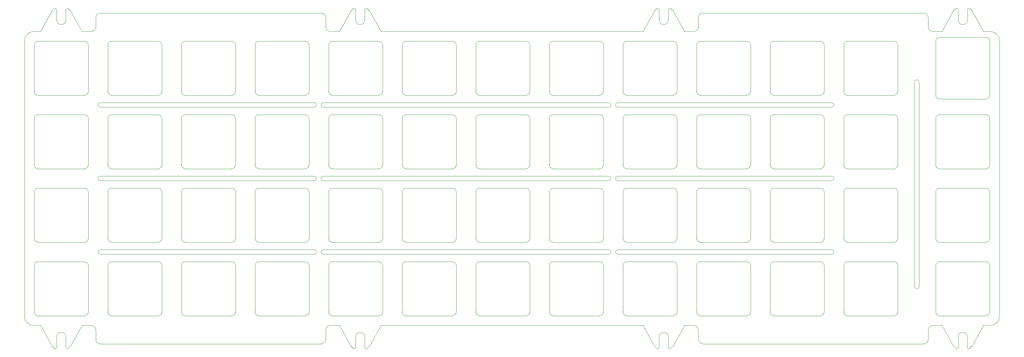
<source format=gbr>
G04 #@! TF.GenerationSoftware,KiCad,Pcbnew,(6.0.1-0)*
G04 #@! TF.CreationDate,2022-04-26T12:35:50-05:00*
G04 #@! TF.ProjectId,plate,706c6174-652e-46b6-9963-61645f706362,rev?*
G04 #@! TF.SameCoordinates,Original*
G04 #@! TF.FileFunction,Profile,NP*
%FSLAX46Y46*%
G04 Gerber Fmt 4.6, Leading zero omitted, Abs format (unit mm)*
G04 Created by KiCad (PCBNEW (6.0.1-0)) date 2022-04-26 12:35:50*
%MOMM*%
%LPD*%
G01*
G04 APERTURE LIST*
G04 #@! TA.AperFunction,Profile*
%ADD10C,0.050000*%
G04 #@! TD*
G04 #@! TA.AperFunction,Profile*
%ADD11C,0.100000*%
G04 #@! TD*
G04 APERTURE END LIST*
D10*
X376833129Y-106561027D02*
X376833129Y-53578170D01*
X378023755Y-53578170D02*
X378023755Y-106561027D01*
X378023755Y-53578170D02*
G75*
G03*
X376833129Y-53578170I-595313J0D01*
G01*
X376833129Y-106561027D02*
G75*
G03*
X378023755Y-106561027I595313J0D01*
G01*
X223837688Y-79176629D02*
X297656500Y-79176629D01*
X223837688Y-77986003D02*
X297656500Y-77986003D01*
X300037752Y-98226645D02*
X355401861Y-98226645D01*
X300037752Y-97036019D02*
X355401861Y-97036019D01*
X300037752Y-79176629D02*
X355401861Y-79176629D01*
X300037752Y-77986003D02*
X355401861Y-77986003D01*
X396479634Y-116681404D02*
G75*
G03*
X398860894Y-114300144I0J2381260D01*
G01*
X396479634Y-116681404D02*
X394693747Y-116681516D01*
X398860894Y-42862716D02*
G75*
G03*
X396479634Y-40481456I-2381260J0D01*
G01*
X396479634Y-40481456D02*
X394693747Y-40481452D01*
X306587423Y-40481452D02*
X238721741Y-40481452D01*
X150615417Y-40481452D02*
X148829842Y-40481468D01*
X148829842Y-116681404D02*
X150615417Y-116681404D01*
X238721741Y-116681535D02*
X306587423Y-116681516D01*
X146448582Y-42862728D02*
X146448582Y-114300156D01*
X148829842Y-40481468D02*
G75*
G03*
X146448582Y-42862728I0J-2381260D01*
G01*
X231875641Y-122634543D02*
G75*
G03*
X232173390Y-122336887I93J297656D01*
G01*
X310159301Y-34528322D02*
X310456870Y-34528444D01*
X390526644Y-122336775D02*
G75*
G03*
X390824300Y-122634524I297656J-93D01*
G01*
X386954678Y-122039333D02*
G75*
G03*
X387549991Y-122634646I2381281J1785968D01*
G01*
X313135866Y-37504887D02*
X313135774Y-34826100D01*
X313135954Y-122336775D02*
X313135866Y-119658081D01*
X157163860Y-37504887D02*
X157163768Y-34826100D01*
X158354486Y-35123635D02*
X161331051Y-40481452D01*
X166092327Y-58935987D02*
X221456436Y-58935987D01*
X230982672Y-122039352D02*
G75*
G03*
X231577985Y-122634665I2381281J1785968D01*
G01*
X154782520Y-34826193D02*
X154782608Y-37504887D01*
X310456957Y-122634524D02*
G75*
G03*
X310754706Y-122336868I93J297656D01*
G01*
X164905385Y-120253246D02*
X164905385Y-117872664D01*
X230982672Y-122039352D02*
X228006107Y-116681535D01*
X380403779Y-39290323D02*
G75*
G03*
X381594405Y-40481284I1190627J-334D01*
G01*
X300037752Y-60126613D02*
X355401861Y-60126613D01*
X317303057Y-40481452D02*
X319683080Y-40481284D01*
X313433523Y-34528444D02*
G75*
G03*
X313135774Y-34826100I-93J-297656D01*
G01*
X146448582Y-114300156D02*
G75*
G03*
X148829842Y-116681416I2381260J0D01*
G01*
X390824213Y-34528444D02*
X391121869Y-34528322D01*
X166092326Y-35718780D02*
G75*
G03*
X164901700Y-36909741I1J-1190627D01*
G01*
X387847647Y-122634524D02*
G75*
G03*
X388145396Y-122336868I93J297656D01*
G01*
X297656500Y-79176629D02*
G75*
G03*
X297656500Y-77986003I0J595313D01*
G01*
X355401861Y-98226645D02*
G75*
G03*
X355401861Y-97036019I0J595313D01*
G01*
X381598090Y-116681684D02*
G75*
G03*
X380407464Y-117872645I1J-1190627D01*
G01*
X313731179Y-122634646D02*
X313433610Y-122634524D01*
X380403779Y-36909741D02*
G75*
G03*
X379213153Y-35718780I-1190627J334D01*
G01*
X388145304Y-37504887D02*
G75*
G03*
X390526556Y-37504887I1190626J0D01*
G01*
X231875641Y-122634543D02*
X231577985Y-122634665D01*
X223837688Y-60126613D02*
X297656500Y-60126613D01*
X310754614Y-119658081D02*
X310754706Y-122336868D01*
X390526644Y-122336775D02*
X390526556Y-119658081D01*
X387549991Y-34528322D02*
X387847560Y-34528444D01*
X388145216Y-34826193D02*
X388145304Y-37504887D01*
X154187295Y-34528322D02*
X154484864Y-34528444D01*
X391717182Y-35123635D02*
X394693747Y-40481452D01*
X320877391Y-120253227D02*
G75*
G03*
X322068017Y-121444188I1190627J-334D01*
G01*
X390824213Y-34528444D02*
G75*
G03*
X390526464Y-34826100I-93J-297656D01*
G01*
X309563988Y-122039333D02*
G75*
G03*
X310159301Y-122634646I2381281J1785968D01*
G01*
X221456436Y-79176629D02*
G75*
G03*
X221456436Y-77986003I0J595313D01*
G01*
X309563988Y-35123635D02*
X306587423Y-40481452D01*
X381594405Y-40481284D02*
X383978113Y-40481452D01*
X313433523Y-34528444D02*
X313731179Y-34528322D01*
X224431773Y-36909741D02*
X224431773Y-39290323D01*
X232173210Y-34826193D02*
G75*
G03*
X231875554Y-34528444I-297656J93D01*
G01*
X232173210Y-34826193D02*
X232173298Y-37504887D01*
X164905385Y-120253246D02*
G75*
G03*
X166096011Y-121444207I1190627J-334D01*
G01*
X153592342Y-122039221D02*
G75*
G03*
X154187655Y-122634534I2381281J1785968D01*
G01*
X355401861Y-60126613D02*
G75*
G03*
X355401861Y-58935987I0J595313D01*
G01*
X234554550Y-119658100D02*
G75*
G03*
X232173298Y-119658100I-1190626J0D01*
G01*
X322064332Y-35718780D02*
G75*
G03*
X320873706Y-36909741I1J-1190627D01*
G01*
X388145216Y-34826193D02*
G75*
G03*
X387847560Y-34528444I-297656J93D01*
G01*
X224431773Y-39290323D02*
G75*
G03*
X225622399Y-40481284I1190627J-334D01*
G01*
X231577985Y-34528322D02*
X231875554Y-34528444D01*
X391717182Y-35123635D02*
G75*
G03*
X391121869Y-34528322I-2381281J-1785968D01*
G01*
X234554550Y-37504887D02*
X234554458Y-34826100D01*
X387549991Y-34528322D02*
G75*
G03*
X386954678Y-35123635I1785968J-2381281D01*
G01*
X166092327Y-97036019D02*
X221456436Y-97036019D01*
X230982672Y-35123635D02*
X228006107Y-40481452D01*
X157164220Y-119657969D02*
X157164308Y-122336663D01*
X234852207Y-34528444D02*
X235149863Y-34528322D01*
X154782608Y-37504887D02*
G75*
G03*
X157163860Y-37504887I1190626J0D01*
G01*
X310456957Y-122634524D02*
X310159301Y-122634646D01*
X166092327Y-79176629D02*
X221456436Y-79176629D01*
X398860894Y-114300144D02*
X398860894Y-42862716D01*
X314326492Y-35123635D02*
X317303057Y-40481452D01*
X232173298Y-37504887D02*
G75*
G03*
X234554550Y-37504887I1190626J0D01*
G01*
X154782968Y-119657969D02*
X154783060Y-122336756D01*
X234852207Y-34528444D02*
G75*
G03*
X234554458Y-34826100I-93J-297656D01*
G01*
X157759533Y-122634534D02*
G75*
G03*
X158354846Y-122039221I-1785968J2381281D01*
G01*
X223246227Y-121444207D02*
X166096011Y-121444207D01*
X322062937Y-35718780D02*
X379213153Y-35718780D01*
X320877391Y-120253227D02*
X320877391Y-117872645D01*
X300037752Y-58935987D02*
G75*
G03*
X300037752Y-60126613I0J-595313D01*
G01*
X223837688Y-98226645D02*
X297656500Y-98226645D01*
X166092327Y-77986003D02*
G75*
G03*
X166092327Y-79176629I0J-595313D01*
G01*
X166092327Y-60126613D02*
X221456436Y-60126613D01*
X158354846Y-122039221D02*
X161331051Y-116681404D01*
X166090931Y-35718780D02*
X223241147Y-35718780D01*
X313135954Y-122336775D02*
G75*
G03*
X313433610Y-122634524I297656J-93D01*
G01*
X297656500Y-98226645D02*
G75*
G03*
X297656500Y-97036019I0J595313D01*
G01*
X225626084Y-116681703D02*
G75*
G03*
X224435458Y-117872664I1J-1190627D01*
G01*
X166092327Y-58935987D02*
G75*
G03*
X166092327Y-60126613I0J-595313D01*
G01*
X314326492Y-35123635D02*
G75*
G03*
X313731179Y-34528322I-2381281J-1785968D01*
G01*
X313731179Y-122634646D02*
G75*
G03*
X314326492Y-122039333I-1785968J2381281D01*
G01*
X309563988Y-122039333D02*
X306587423Y-116681516D01*
X154187295Y-34528322D02*
G75*
G03*
X153591982Y-35123635I1785968J-2381281D01*
G01*
X386954678Y-122039333D02*
X383978113Y-116681516D01*
X163714759Y-116681703D02*
X161331051Y-116681535D01*
X310754526Y-34826193D02*
G75*
G03*
X310456870Y-34528444I-297656J93D01*
G01*
X221456436Y-60126613D02*
G75*
G03*
X221456436Y-58935987I0J595313D01*
G01*
X154485311Y-122634412D02*
G75*
G03*
X154783060Y-122336756I93J297656D01*
G01*
X383978113Y-116681516D02*
X381598090Y-116681684D01*
X310159301Y-34528322D02*
G75*
G03*
X309563988Y-35123635I1785968J-2381281D01*
G01*
X319683080Y-40481284D02*
G75*
G03*
X320873706Y-39290323I-1J1190627D01*
G01*
X391121869Y-122634646D02*
X390824300Y-122634524D01*
X157461517Y-34528444D02*
G75*
G03*
X157163768Y-34826100I-93J-297656D01*
G01*
X355401861Y-79176629D02*
G75*
G03*
X355401861Y-77986003I0J595313D01*
G01*
X224435458Y-117872664D02*
X224435458Y-120253246D01*
X223244832Y-121444207D02*
G75*
G03*
X224435458Y-120253246I-1J1190627D01*
G01*
X388145304Y-119658081D02*
X388145396Y-122336868D01*
X153592342Y-122039221D02*
X150615417Y-116681404D01*
X154485311Y-122634412D02*
X154187655Y-122634534D01*
X300037752Y-97036019D02*
G75*
G03*
X300037752Y-98226645I0J-595313D01*
G01*
X235745176Y-35123635D02*
G75*
G03*
X235149863Y-34528322I-2381281J-1785968D01*
G01*
X300037752Y-77986003D02*
G75*
G03*
X300037752Y-79176629I0J-595313D01*
G01*
X235745176Y-122039352D02*
X238721741Y-116681535D01*
X391121869Y-122634646D02*
G75*
G03*
X391717182Y-122039333I-1785968J2381281D01*
G01*
X157164308Y-122336663D02*
G75*
G03*
X157461964Y-122634412I297656J-93D01*
G01*
X161331051Y-40481452D02*
X163711074Y-40481284D01*
X158354486Y-35123635D02*
G75*
G03*
X157759173Y-34528322I-2381281J-1785968D01*
G01*
X390526556Y-119658081D02*
G75*
G03*
X388145304Y-119658081I-1190626J0D01*
G01*
X231577985Y-34528322D02*
G75*
G03*
X230982672Y-35123635I1785968J-2381281D01*
G01*
X380407464Y-117872645D02*
X380407464Y-120253227D01*
X221456436Y-98226645D02*
G75*
G03*
X221456436Y-97036019I0J595313D01*
G01*
X223837688Y-77986003D02*
G75*
G03*
X223837688Y-79176629I0J-595313D01*
G01*
X234554638Y-122336794D02*
X234554550Y-119658100D01*
X223837688Y-58935987D02*
X297656500Y-58935987D01*
X391717182Y-122039333D02*
X394693747Y-116681516D01*
X310754614Y-37504887D02*
G75*
G03*
X313135866Y-37504887I1190626J0D01*
G01*
X223837688Y-58935987D02*
G75*
G03*
X223837688Y-60126613I0J-595313D01*
G01*
X224431773Y-36909741D02*
G75*
G03*
X223241147Y-35718780I-1190627J334D01*
G01*
X154782520Y-34826193D02*
G75*
G03*
X154484864Y-34528444I-297656J93D01*
G01*
X390526556Y-37504887D02*
X390526464Y-34826100D01*
X386954678Y-35123635D02*
X383978113Y-40481452D01*
X164901700Y-39290323D02*
X164901700Y-36909741D01*
X232173298Y-119658100D02*
X232173390Y-122336887D01*
X228006107Y-116681535D02*
X225626084Y-116681703D01*
X166092327Y-98226645D02*
X221456436Y-98226645D01*
X387847647Y-122634524D02*
X387549991Y-122634646D01*
X166092327Y-97036019D02*
G75*
G03*
X166092327Y-98226645I0J-595313D01*
G01*
X164905385Y-117872664D02*
G75*
G03*
X163714759Y-116681703I-1190627J334D01*
G01*
X223837688Y-97036019D02*
X297656500Y-97036019D01*
X297656500Y-60126613D02*
G75*
G03*
X297656500Y-58935987I0J595313D01*
G01*
X313135866Y-119658081D02*
G75*
G03*
X310754614Y-119658081I-1190626J0D01*
G01*
X234554638Y-122336794D02*
G75*
G03*
X234852294Y-122634543I297656J-93D01*
G01*
X153591982Y-35123635D02*
X150615417Y-40481452D01*
X163711074Y-40481284D02*
G75*
G03*
X164901700Y-39290323I-1J1190627D01*
G01*
X379216838Y-121444188D02*
G75*
G03*
X380407464Y-120253227I-1J1190627D01*
G01*
X380403779Y-36909741D02*
X380403779Y-39290323D01*
X300037752Y-58935987D02*
X355401861Y-58935987D01*
X225622399Y-40481284D02*
X228006107Y-40481452D01*
X320877391Y-117872645D02*
G75*
G03*
X319686765Y-116681684I-1190627J334D01*
G01*
X314326492Y-122039333D02*
X317303057Y-116681516D01*
X320873706Y-39290323D02*
X320873706Y-36909741D01*
X157461517Y-34528444D02*
X157759173Y-34528322D01*
X310754526Y-34826193D02*
X310754614Y-37504887D01*
X379218233Y-121444188D02*
X322068017Y-121444188D01*
X235149863Y-122634665D02*
X234852294Y-122634543D01*
X235149863Y-122634665D02*
G75*
G03*
X235745176Y-122039352I-1785968J2381281D01*
G01*
X166092327Y-77986003D02*
X221456436Y-77986003D01*
X319686765Y-116681684D02*
X317303057Y-116681516D01*
X157164220Y-119657969D02*
G75*
G03*
X154782968Y-119657969I-1190626J0D01*
G01*
X157461964Y-122634412D02*
X157759533Y-122634534D01*
X223837688Y-97036019D02*
G75*
G03*
X223837688Y-98226645I0J-595313D01*
G01*
X235745176Y-35123635D02*
X238721741Y-40481452D01*
X302373170Y-81106620D02*
X314373170Y-81106620D01*
X302373170Y-95106620D02*
X314373170Y-95106620D01*
X315373170Y-82106620D02*
X315373170Y-94106620D01*
X301373170Y-94106620D02*
X301373170Y-82106620D01*
X302373170Y-81106620D02*
G75*
G03*
X301373170Y-82106620I-1J-999999D01*
G01*
X315373170Y-82106620D02*
G75*
G03*
X314373170Y-81106620I-999999J1D01*
G01*
X301373170Y-94106620D02*
G75*
G03*
X302373170Y-95106620I999999J-1D01*
G01*
X314373170Y-95106620D02*
G75*
G03*
X315373170Y-94106620I1J999999D01*
G01*
X148972530Y-56006460D02*
X148972530Y-44006460D01*
X149972530Y-57006460D02*
X161972530Y-57006460D01*
X149972530Y-43006460D02*
X161972530Y-43006460D01*
X162972530Y-44006460D02*
X162972530Y-56006460D01*
X161972530Y-57006460D02*
G75*
G03*
X162972530Y-56006460I1J999999D01*
G01*
X162972530Y-44006460D02*
G75*
G03*
X161972530Y-43006460I-999999J1D01*
G01*
X148972530Y-56006460D02*
G75*
G03*
X149972530Y-57006460I999999J-1D01*
G01*
X149972530Y-43006460D02*
G75*
G03*
X148972530Y-44006460I-1J-999999D01*
G01*
X168022610Y-56006460D02*
X168022610Y-44006460D01*
X169022610Y-43006460D02*
X181022610Y-43006460D01*
X182022610Y-44006460D02*
X182022610Y-56006460D01*
X169022610Y-57006460D02*
X181022610Y-57006460D01*
X182022610Y-44006460D02*
G75*
G03*
X181022610Y-43006460I-999999J1D01*
G01*
X168022610Y-56006460D02*
G75*
G03*
X169022610Y-57006460I999999J-1D01*
G01*
X181022610Y-57006460D02*
G75*
G03*
X182022610Y-56006460I1J999999D01*
G01*
X169022610Y-43006460D02*
G75*
G03*
X168022610Y-44006460I-1J-999999D01*
G01*
X188072690Y-57006460D02*
X200072690Y-57006460D01*
X187072690Y-56006460D02*
X187072690Y-44006460D01*
X201072690Y-44006460D02*
X201072690Y-56006460D01*
X188072690Y-43006460D02*
X200072690Y-43006460D01*
X200072690Y-57006460D02*
G75*
G03*
X201072690Y-56006460I1J999999D01*
G01*
X188072690Y-43006460D02*
G75*
G03*
X187072690Y-44006460I-1J-999999D01*
G01*
X187072690Y-56006460D02*
G75*
G03*
X188072690Y-57006460I999999J-1D01*
G01*
X201072690Y-44006460D02*
G75*
G03*
X200072690Y-43006460I-999999J1D01*
G01*
X206122770Y-56006460D02*
X206122770Y-44006460D01*
X207122770Y-57006460D02*
X219122770Y-57006460D01*
X207122770Y-43006460D02*
X219122770Y-43006460D01*
X220122770Y-44006460D02*
X220122770Y-56006460D01*
X207122770Y-43006460D02*
G75*
G03*
X206122770Y-44006460I-1J-999999D01*
G01*
X219122770Y-57006460D02*
G75*
G03*
X220122770Y-56006460I1J999999D01*
G01*
X220122770Y-44006460D02*
G75*
G03*
X219122770Y-43006460I-999999J1D01*
G01*
X206122770Y-56006460D02*
G75*
G03*
X207122770Y-57006460I999999J-1D01*
G01*
X239172850Y-44006460D02*
X239172850Y-56006460D01*
X225172850Y-56006460D02*
X225172850Y-44006460D01*
X226172850Y-57006460D02*
X238172850Y-57006460D01*
X226172850Y-43006460D02*
X238172850Y-43006460D01*
X226172850Y-43006460D02*
G75*
G03*
X225172850Y-44006460I-1J-999999D01*
G01*
X225172850Y-56006460D02*
G75*
G03*
X226172850Y-57006460I999999J-1D01*
G01*
X239172850Y-44006460D02*
G75*
G03*
X238172850Y-43006460I-999999J1D01*
G01*
X238172850Y-57006460D02*
G75*
G03*
X239172850Y-56006460I1J999999D01*
G01*
X321423250Y-57006460D02*
X333423250Y-57006460D01*
X321423250Y-43006460D02*
X333423250Y-43006460D01*
X334423250Y-44006460D02*
X334423250Y-56006460D01*
X320423250Y-56006460D02*
X320423250Y-44006460D01*
X320423250Y-56006460D02*
G75*
G03*
X321423250Y-57006460I999999J-1D01*
G01*
X321423250Y-43006460D02*
G75*
G03*
X320423250Y-44006460I-1J-999999D01*
G01*
X334423250Y-44006460D02*
G75*
G03*
X333423250Y-43006460I-999999J1D01*
G01*
X333423250Y-57006460D02*
G75*
G03*
X334423250Y-56006460I1J999999D01*
G01*
X339473330Y-56006460D02*
X339473330Y-44006460D01*
X340473330Y-43006460D02*
X352473330Y-43006460D01*
X340473330Y-57006460D02*
X352473330Y-57006460D01*
X353473330Y-44006460D02*
X353473330Y-56006460D01*
X353473330Y-44006460D02*
G75*
G03*
X352473330Y-43006460I-999999J1D01*
G01*
X339473330Y-56006460D02*
G75*
G03*
X340473330Y-57006460I999999J-1D01*
G01*
X352473330Y-57006460D02*
G75*
G03*
X353473330Y-56006460I1J999999D01*
G01*
X340473330Y-43006460D02*
G75*
G03*
X339473330Y-44006460I-1J-999999D01*
G01*
X148972530Y-75056540D02*
X148972530Y-63056540D01*
X149972530Y-76056540D02*
X161972530Y-76056540D01*
X162972530Y-63056540D02*
X162972530Y-75056540D01*
X149972530Y-62056540D02*
X161972530Y-62056540D01*
X161972530Y-76056540D02*
G75*
G03*
X162972530Y-75056540I1J999999D01*
G01*
X149972530Y-62056540D02*
G75*
G03*
X148972530Y-63056540I-1J-999999D01*
G01*
X148972530Y-75056540D02*
G75*
G03*
X149972530Y-76056540I999999J-1D01*
G01*
X162972530Y-63056540D02*
G75*
G03*
X161972530Y-62056540I-999999J1D01*
G01*
X201072690Y-63056540D02*
X201072690Y-75056540D01*
X188072690Y-76056540D02*
X200072690Y-76056540D01*
X188072690Y-62056540D02*
X200072690Y-62056540D01*
X187072690Y-75056540D02*
X187072690Y-63056540D01*
X187072690Y-75056540D02*
G75*
G03*
X188072690Y-76056540I999999J-1D01*
G01*
X201072690Y-63056540D02*
G75*
G03*
X200072690Y-62056540I-999999J1D01*
G01*
X200072690Y-76056540D02*
G75*
G03*
X201072690Y-75056540I1J999999D01*
G01*
X188072690Y-62056540D02*
G75*
G03*
X187072690Y-63056540I-1J-999999D01*
G01*
X239172850Y-63056540D02*
X239172850Y-75056540D01*
X225172850Y-75056540D02*
X225172850Y-63056540D01*
X226172850Y-62056540D02*
X238172850Y-62056540D01*
X226172850Y-76056540D02*
X238172850Y-76056540D01*
X239172850Y-63056540D02*
G75*
G03*
X238172850Y-62056540I-999999J1D01*
G01*
X226172850Y-62056540D02*
G75*
G03*
X225172850Y-63056540I-1J-999999D01*
G01*
X238172850Y-76056540D02*
G75*
G03*
X239172850Y-75056540I1J999999D01*
G01*
X225172850Y-75056540D02*
G75*
G03*
X226172850Y-76056540I999999J-1D01*
G01*
X245222930Y-76056540D02*
X257222930Y-76056540D01*
X258222930Y-63056540D02*
X258222930Y-75056540D01*
X245222930Y-62056540D02*
X257222930Y-62056540D01*
X244222930Y-75056540D02*
X244222930Y-63056540D01*
X244222930Y-75056540D02*
G75*
G03*
X245222930Y-76056540I999999J-1D01*
G01*
X258222930Y-63056540D02*
G75*
G03*
X257222930Y-62056540I-999999J1D01*
G01*
X245222930Y-62056540D02*
G75*
G03*
X244222930Y-63056540I-1J-999999D01*
G01*
X257222930Y-76056540D02*
G75*
G03*
X258222930Y-75056540I1J999999D01*
G01*
X263273010Y-75056540D02*
X263273010Y-63056540D01*
X264273010Y-62056540D02*
X276273010Y-62056540D01*
X264273010Y-76056540D02*
X276273010Y-76056540D01*
X277273010Y-63056540D02*
X277273010Y-75056540D01*
X263273010Y-75056540D02*
G75*
G03*
X264273010Y-76056540I999999J-1D01*
G01*
X264273010Y-62056540D02*
G75*
G03*
X263273010Y-63056540I-1J-999999D01*
G01*
X276273010Y-76056540D02*
G75*
G03*
X277273010Y-75056540I1J999999D01*
G01*
X277273010Y-63056540D02*
G75*
G03*
X276273010Y-62056540I-999999J1D01*
G01*
X296323090Y-63056540D02*
X296323090Y-75056540D01*
X283323090Y-76056540D02*
X295323090Y-76056540D01*
X283323090Y-62056540D02*
X295323090Y-62056540D01*
X282323090Y-75056540D02*
X282323090Y-63056540D01*
X282323090Y-75056540D02*
G75*
G03*
X283323090Y-76056540I999999J-1D01*
G01*
X283323090Y-62056540D02*
G75*
G03*
X282323090Y-63056540I-1J-999999D01*
G01*
X296323090Y-63056540D02*
G75*
G03*
X295323090Y-62056540I-999999J1D01*
G01*
X295323090Y-76056540D02*
G75*
G03*
X296323090Y-75056540I1J999999D01*
G01*
X315373170Y-63056540D02*
X315373170Y-75056540D01*
X301373170Y-75056540D02*
X301373170Y-63056540D01*
X302373170Y-76056540D02*
X314373170Y-76056540D01*
X302373170Y-62056540D02*
X314373170Y-62056540D01*
X302373170Y-62056540D02*
G75*
G03*
X301373170Y-63056540I-1J-999999D01*
G01*
X301373170Y-75056540D02*
G75*
G03*
X302373170Y-76056540I999999J-1D01*
G01*
X314373170Y-76056540D02*
G75*
G03*
X315373170Y-75056540I1J999999D01*
G01*
X315373170Y-63056540D02*
G75*
G03*
X314373170Y-62056540I-999999J1D01*
G01*
X321423250Y-76056540D02*
X333423250Y-76056540D01*
X334423250Y-63056540D02*
X334423250Y-75056540D01*
X321423250Y-62056540D02*
X333423250Y-62056540D01*
X320423250Y-75056540D02*
X320423250Y-63056540D01*
X321423250Y-62056540D02*
G75*
G03*
X320423250Y-63056540I-1J-999999D01*
G01*
X334423250Y-63056540D02*
G75*
G03*
X333423250Y-62056540I-999999J1D01*
G01*
X333423250Y-76056540D02*
G75*
G03*
X334423250Y-75056540I1J999999D01*
G01*
X320423250Y-75056540D02*
G75*
G03*
X321423250Y-76056540I999999J-1D01*
G01*
X340473330Y-62056540D02*
X352473330Y-62056540D01*
X339473330Y-75056540D02*
X339473330Y-63056540D01*
X353473330Y-63056540D02*
X353473330Y-75056540D01*
X340473330Y-76056540D02*
X352473330Y-76056540D01*
X353473330Y-63056540D02*
G75*
G03*
X352473330Y-62056540I-999999J1D01*
G01*
X352473330Y-76056540D02*
G75*
G03*
X353473330Y-75056540I1J999999D01*
G01*
X339473330Y-75056540D02*
G75*
G03*
X340473330Y-76056540I999999J-1D01*
G01*
X340473330Y-62056540D02*
G75*
G03*
X339473330Y-63056540I-1J-999999D01*
G01*
X358523410Y-75056540D02*
X358523410Y-63056540D01*
X359523410Y-76056540D02*
X371523410Y-76056540D01*
X372523410Y-63056540D02*
X372523410Y-75056540D01*
X359523410Y-62056540D02*
X371523410Y-62056540D01*
X358523410Y-75056540D02*
G75*
G03*
X359523410Y-76056540I999999J-1D01*
G01*
X359523410Y-62056540D02*
G75*
G03*
X358523410Y-63056540I-1J-999999D01*
G01*
X372523410Y-63056540D02*
G75*
G03*
X371523410Y-62056540I-999999J1D01*
G01*
X371523410Y-76056540D02*
G75*
G03*
X372523410Y-75056540I1J999999D01*
G01*
X162972530Y-82106620D02*
X162972530Y-94106620D01*
X148972530Y-94106620D02*
X148972530Y-82106620D01*
X149972530Y-81106620D02*
X161972530Y-81106620D01*
X149972530Y-95106620D02*
X161972530Y-95106620D01*
X148972530Y-94106620D02*
G75*
G03*
X149972530Y-95106620I999999J-1D01*
G01*
X162972530Y-82106620D02*
G75*
G03*
X161972530Y-81106620I-999999J1D01*
G01*
X161972530Y-95106620D02*
G75*
G03*
X162972530Y-94106620I1J999999D01*
G01*
X149972530Y-81106620D02*
G75*
G03*
X148972530Y-82106620I-1J-999999D01*
G01*
X169022610Y-81106620D02*
X181022610Y-81106620D01*
X169022610Y-95106620D02*
X181022610Y-95106620D01*
X168022610Y-94106620D02*
X168022610Y-82106620D01*
X182022610Y-82106620D02*
X182022610Y-94106620D01*
X181022610Y-95106620D02*
G75*
G03*
X182022610Y-94106620I1J999999D01*
G01*
X168022610Y-94106620D02*
G75*
G03*
X169022610Y-95106620I999999J-1D01*
G01*
X182022610Y-82106620D02*
G75*
G03*
X181022610Y-81106620I-999999J1D01*
G01*
X169022610Y-81106620D02*
G75*
G03*
X168022610Y-82106620I-1J-999999D01*
G01*
X187072690Y-94106620D02*
X187072690Y-82106620D01*
X201072690Y-82106620D02*
X201072690Y-94106620D01*
X188072690Y-81106620D02*
X200072690Y-81106620D01*
X188072690Y-95106620D02*
X200072690Y-95106620D01*
X187072690Y-94106620D02*
G75*
G03*
X188072690Y-95106620I999999J-1D01*
G01*
X188072690Y-81106620D02*
G75*
G03*
X187072690Y-82106620I-1J-999999D01*
G01*
X201072690Y-82106620D02*
G75*
G03*
X200072690Y-81106620I-999999J1D01*
G01*
X200072690Y-95106620D02*
G75*
G03*
X201072690Y-94106620I1J999999D01*
G01*
X207122770Y-95106620D02*
X219122770Y-95106620D01*
X206122770Y-94106620D02*
X206122770Y-82106620D01*
X220122770Y-82106620D02*
X220122770Y-94106620D01*
X207122770Y-81106620D02*
X219122770Y-81106620D01*
X220122770Y-82106620D02*
G75*
G03*
X219122770Y-81106620I-999999J1D01*
G01*
X219122770Y-95106620D02*
G75*
G03*
X220122770Y-94106620I1J999999D01*
G01*
X206122770Y-94106620D02*
G75*
G03*
X207122770Y-95106620I999999J-1D01*
G01*
X207122770Y-81106620D02*
G75*
G03*
X206122770Y-82106620I-1J-999999D01*
G01*
X226172850Y-81106620D02*
X238172850Y-81106620D01*
X225172850Y-94106620D02*
X225172850Y-82106620D01*
X226172850Y-95106620D02*
X238172850Y-95106620D01*
X239172850Y-82106620D02*
X239172850Y-94106620D01*
X238172850Y-95106620D02*
G75*
G03*
X239172850Y-94106620I1J999999D01*
G01*
X225172850Y-94106620D02*
G75*
G03*
X226172850Y-95106620I999999J-1D01*
G01*
X239172850Y-82106620D02*
G75*
G03*
X238172850Y-81106620I-999999J1D01*
G01*
X226172850Y-81106620D02*
G75*
G03*
X225172850Y-82106620I-1J-999999D01*
G01*
X245222930Y-81106620D02*
X257222930Y-81106620D01*
X245222930Y-95106620D02*
X257222930Y-95106620D01*
X244222930Y-94106620D02*
X244222930Y-82106620D01*
X258222930Y-82106620D02*
X258222930Y-94106620D01*
X258222930Y-82106620D02*
G75*
G03*
X257222930Y-81106620I-999999J1D01*
G01*
X244222930Y-94106620D02*
G75*
G03*
X245222930Y-95106620I999999J-1D01*
G01*
X245222930Y-81106620D02*
G75*
G03*
X244222930Y-82106620I-1J-999999D01*
G01*
X257222930Y-95106620D02*
G75*
G03*
X258222930Y-94106620I1J999999D01*
G01*
X264273010Y-81106620D02*
X276273010Y-81106620D01*
X277273010Y-82106620D02*
X277273010Y-94106620D01*
X263273010Y-94106620D02*
X263273010Y-82106620D01*
X264273010Y-95106620D02*
X276273010Y-95106620D01*
X277273010Y-82106620D02*
G75*
G03*
X276273010Y-81106620I-999999J1D01*
G01*
X263273010Y-94106620D02*
G75*
G03*
X264273010Y-95106620I999999J-1D01*
G01*
X264273010Y-81106620D02*
G75*
G03*
X263273010Y-82106620I-1J-999999D01*
G01*
X276273010Y-95106620D02*
G75*
G03*
X277273010Y-94106620I1J999999D01*
G01*
X282323090Y-94106620D02*
X282323090Y-82106620D01*
X296323090Y-82106620D02*
X296323090Y-94106620D01*
X283323090Y-95106620D02*
X295323090Y-95106620D01*
X283323090Y-81106620D02*
X295323090Y-81106620D01*
X282323090Y-94106620D02*
G75*
G03*
X283323090Y-95106620I999999J-1D01*
G01*
X283323090Y-81106620D02*
G75*
G03*
X282323090Y-82106620I-1J-999999D01*
G01*
X295323090Y-95106620D02*
G75*
G03*
X296323090Y-94106620I1J999999D01*
G01*
X296323090Y-82106620D02*
G75*
G03*
X295323090Y-81106620I-999999J1D01*
G01*
X321423250Y-81106620D02*
X333423250Y-81106620D01*
X321423250Y-95106620D02*
X333423250Y-95106620D01*
X320423250Y-94106620D02*
X320423250Y-82106620D01*
X334423250Y-82106620D02*
X334423250Y-94106620D01*
X334423250Y-82106620D02*
G75*
G03*
X333423250Y-81106620I-999999J1D01*
G01*
X321423250Y-81106620D02*
G75*
G03*
X320423250Y-82106620I-1J-999999D01*
G01*
X333423250Y-95106620D02*
G75*
G03*
X334423250Y-94106620I1J999999D01*
G01*
X320423250Y-94106620D02*
G75*
G03*
X321423250Y-95106620I999999J-1D01*
G01*
X353473330Y-82106620D02*
X353473330Y-94106620D01*
X340473330Y-95106620D02*
X352473330Y-95106620D01*
X339473330Y-94106620D02*
X339473330Y-82106620D01*
X340473330Y-81106620D02*
X352473330Y-81106620D01*
X352473330Y-95106620D02*
G75*
G03*
X353473330Y-94106620I1J999999D01*
G01*
X340473330Y-81106620D02*
G75*
G03*
X339473330Y-82106620I-1J-999999D01*
G01*
X353473330Y-82106620D02*
G75*
G03*
X352473330Y-81106620I-999999J1D01*
G01*
X339473330Y-94106620D02*
G75*
G03*
X340473330Y-95106620I999999J-1D01*
G01*
X372523410Y-82106620D02*
X372523410Y-94106620D01*
X358523410Y-94106620D02*
X358523410Y-82106620D01*
X359523410Y-81106620D02*
X371523410Y-81106620D01*
X359523410Y-95106620D02*
X371523410Y-95106620D01*
X371523410Y-95106620D02*
G75*
G03*
X372523410Y-94106620I1J999999D01*
G01*
X359523410Y-81106620D02*
G75*
G03*
X358523410Y-82106620I-1J-999999D01*
G01*
X358523410Y-94106620D02*
G75*
G03*
X359523410Y-95106620I999999J-1D01*
G01*
X372523410Y-82106620D02*
G75*
G03*
X371523410Y-81106620I-999999J1D01*
G01*
X182022610Y-101156700D02*
X182022610Y-113156700D01*
X169022610Y-114156700D02*
X181022610Y-114156700D01*
X169022610Y-100156700D02*
X181022610Y-100156700D01*
X168022610Y-113156700D02*
X168022610Y-101156700D01*
X182022610Y-101156700D02*
G75*
G03*
X181022610Y-100156700I-999999J1D01*
G01*
X169022610Y-100156700D02*
G75*
G03*
X168022610Y-101156700I-1J-999999D01*
G01*
X181022610Y-114156700D02*
G75*
G03*
X182022610Y-113156700I1J999999D01*
G01*
X168022610Y-113156700D02*
G75*
G03*
X169022610Y-114156700I999999J-1D01*
G01*
X187072690Y-113156700D02*
X187072690Y-101156700D01*
X188072690Y-114156700D02*
X200072690Y-114156700D01*
X188072690Y-100156700D02*
X200072690Y-100156700D01*
X201072690Y-101156700D02*
X201072690Y-113156700D01*
X188072690Y-100156700D02*
G75*
G03*
X187072690Y-101156700I-1J-999999D01*
G01*
X187072690Y-113156700D02*
G75*
G03*
X188072690Y-114156700I999999J-1D01*
G01*
X200072690Y-114156700D02*
G75*
G03*
X201072690Y-113156700I1J999999D01*
G01*
X201072690Y-101156700D02*
G75*
G03*
X200072690Y-100156700I-999999J1D01*
G01*
X207122770Y-100156700D02*
X219122770Y-100156700D01*
X206122770Y-113156700D02*
X206122770Y-101156700D01*
X220122770Y-101156700D02*
X220122770Y-113156700D01*
X207122770Y-114156700D02*
X219122770Y-114156700D01*
X219122770Y-114156700D02*
G75*
G03*
X220122770Y-113156700I1J999999D01*
G01*
X207122770Y-100156700D02*
G75*
G03*
X206122770Y-101156700I-1J-999999D01*
G01*
X206122770Y-113156700D02*
G75*
G03*
X207122770Y-114156700I999999J-1D01*
G01*
X220122770Y-101156700D02*
G75*
G03*
X219122770Y-100156700I-999999J1D01*
G01*
X226172850Y-100156700D02*
X238172850Y-100156700D01*
X225172850Y-113156700D02*
X225172850Y-101156700D01*
X226172850Y-114156700D02*
X238172850Y-114156700D01*
X239172850Y-101156700D02*
X239172850Y-113156700D01*
X239172850Y-101156700D02*
G75*
G03*
X238172850Y-100156700I-999999J1D01*
G01*
X225172850Y-113156700D02*
G75*
G03*
X226172850Y-114156700I999999J-1D01*
G01*
X226172850Y-100156700D02*
G75*
G03*
X225172850Y-101156700I-1J-999999D01*
G01*
X238172850Y-114156700D02*
G75*
G03*
X239172850Y-113156700I1J999999D01*
G01*
X245222930Y-100156700D02*
X257222930Y-100156700D01*
X258222930Y-101156700D02*
X258222930Y-113156700D01*
X244222930Y-113156700D02*
X244222930Y-101156700D01*
X245222930Y-114156700D02*
X257222930Y-114156700D01*
X258222930Y-101156700D02*
G75*
G03*
X257222930Y-100156700I-999999J1D01*
G01*
X245222930Y-100156700D02*
G75*
G03*
X244222930Y-101156700I-1J-999999D01*
G01*
X244222930Y-113156700D02*
G75*
G03*
X245222930Y-114156700I999999J-1D01*
G01*
X257222930Y-114156700D02*
G75*
G03*
X258222930Y-113156700I1J999999D01*
G01*
X264273010Y-114156700D02*
X276273010Y-114156700D01*
X263273010Y-113156700D02*
X263273010Y-101156700D01*
X264273010Y-100156700D02*
X276273010Y-100156700D01*
X277273010Y-101156700D02*
X277273010Y-113156700D01*
X263273010Y-113156700D02*
G75*
G03*
X264273010Y-114156700I999999J-1D01*
G01*
X277273010Y-101156700D02*
G75*
G03*
X276273010Y-100156700I-999999J1D01*
G01*
X276273010Y-114156700D02*
G75*
G03*
X277273010Y-113156700I1J999999D01*
G01*
X264273010Y-100156700D02*
G75*
G03*
X263273010Y-101156700I-1J-999999D01*
G01*
X282323090Y-113156700D02*
X282323090Y-101156700D01*
X296323090Y-101156700D02*
X296323090Y-113156700D01*
X283323090Y-114156700D02*
X295323090Y-114156700D01*
X283323090Y-100156700D02*
X295323090Y-100156700D01*
X282323090Y-113156700D02*
G75*
G03*
X283323090Y-114156700I999999J-1D01*
G01*
X295323090Y-114156700D02*
G75*
G03*
X296323090Y-113156700I1J999999D01*
G01*
X296323090Y-101156700D02*
G75*
G03*
X295323090Y-100156700I-999999J1D01*
G01*
X283323090Y-100156700D02*
G75*
G03*
X282323090Y-101156700I-1J-999999D01*
G01*
X302373170Y-100156700D02*
X314373170Y-100156700D01*
X302373170Y-114156700D02*
X314373170Y-114156700D01*
X315373170Y-101156700D02*
X315373170Y-113156700D01*
X301373170Y-113156700D02*
X301373170Y-101156700D01*
X315373170Y-101156700D02*
G75*
G03*
X314373170Y-100156700I-999999J1D01*
G01*
X301373170Y-113156700D02*
G75*
G03*
X302373170Y-114156700I999999J-1D01*
G01*
X314373170Y-114156700D02*
G75*
G03*
X315373170Y-113156700I1J999999D01*
G01*
X302373170Y-100156700D02*
G75*
G03*
X301373170Y-101156700I-1J-999999D01*
G01*
X320423250Y-113156700D02*
X320423250Y-101156700D01*
X334423250Y-101156700D02*
X334423250Y-113156700D01*
X321423250Y-114156700D02*
X333423250Y-114156700D01*
X321423250Y-100156700D02*
X333423250Y-100156700D01*
X333423250Y-114156700D02*
G75*
G03*
X334423250Y-113156700I1J999999D01*
G01*
X321423250Y-100156700D02*
G75*
G03*
X320423250Y-101156700I-1J-999999D01*
G01*
X320423250Y-113156700D02*
G75*
G03*
X321423250Y-114156700I999999J-1D01*
G01*
X334423250Y-101156700D02*
G75*
G03*
X333423250Y-100156700I-999999J1D01*
G01*
X340473330Y-114160000D02*
X352473330Y-114160000D01*
X353473330Y-101160000D02*
X353473330Y-113160000D01*
X340473330Y-100160000D02*
X352473330Y-100160000D01*
X339473330Y-113160000D02*
X339473330Y-101160000D01*
X340473330Y-100160000D02*
G75*
G03*
X339473330Y-101160000I-1J-999999D01*
G01*
X353473330Y-101160000D02*
G75*
G03*
X352473330Y-100160000I-999999J1D01*
G01*
X339473330Y-113160000D02*
G75*
G03*
X340473330Y-114160000I999999J-1D01*
G01*
X352473330Y-114160000D02*
G75*
G03*
X353473330Y-113160000I1J999999D01*
G01*
X359523410Y-100156700D02*
X371523410Y-100156700D01*
X359523410Y-114156700D02*
X371523410Y-114156700D01*
X358523410Y-113156700D02*
X358523410Y-101156700D01*
X372523410Y-101156700D02*
X372523410Y-113156700D01*
X371523410Y-114156700D02*
G75*
G03*
X372523410Y-113156700I1J999999D01*
G01*
X372523410Y-101156700D02*
G75*
G03*
X371523410Y-100156700I-999999J1D01*
G01*
X359523410Y-100156700D02*
G75*
G03*
X358523410Y-101156700I-1J-999999D01*
G01*
X358523410Y-113156700D02*
G75*
G03*
X359523410Y-114156700I999999J-1D01*
G01*
X149972530Y-114156700D02*
X161972530Y-114156700D01*
X149972530Y-100156700D02*
X161972530Y-100156700D01*
X162972530Y-101156700D02*
X162972530Y-113156700D01*
X148972530Y-113156700D02*
X148972530Y-101156700D01*
X162972530Y-101156700D02*
G75*
G03*
X161972530Y-100156700I-999999J1D01*
G01*
X148972530Y-113156700D02*
G75*
G03*
X149972530Y-114156700I999999J-1D01*
G01*
X149972530Y-100156700D02*
G75*
G03*
X148972530Y-101156700I-1J-999999D01*
G01*
X161972530Y-114156700D02*
G75*
G03*
X162972530Y-113156700I1J999999D01*
G01*
X182022610Y-63056540D02*
X182022610Y-75056540D01*
X169022610Y-62056540D02*
X181022610Y-62056540D01*
X169022610Y-76056540D02*
X181022610Y-76056540D01*
X168022610Y-75056540D02*
X168022610Y-63056540D01*
X169022610Y-62056540D02*
G75*
G03*
X168022610Y-63056540I-1J-999999D01*
G01*
X182022610Y-63056540D02*
G75*
G03*
X181022610Y-62056540I-999999J1D01*
G01*
X168022610Y-75056540D02*
G75*
G03*
X169022610Y-76056540I999999J-1D01*
G01*
X181022610Y-76056540D02*
G75*
G03*
X182022610Y-75056540I1J999999D01*
G01*
X382335890Y-94106428D02*
X382335890Y-82106428D01*
X383335890Y-95106428D02*
X395335890Y-95106428D01*
X383335890Y-81106428D02*
X395335890Y-81106428D01*
X396335890Y-82106428D02*
X396335890Y-94106428D01*
X395335890Y-95106428D02*
G75*
G03*
X396335890Y-94106428I1J999999D01*
G01*
X396335890Y-82106428D02*
G75*
G03*
X395335890Y-81106428I-999999J1D01*
G01*
X382335890Y-94106428D02*
G75*
G03*
X383335890Y-95106428I999999J-1D01*
G01*
X383335890Y-81106428D02*
G75*
G03*
X382335890Y-82106428I-1J-999999D01*
G01*
X383335890Y-76056444D02*
X395335890Y-76056444D01*
X396335890Y-63056444D02*
X396335890Y-75056444D01*
X383335890Y-62056444D02*
X395335890Y-62056444D01*
X382335890Y-75056444D02*
X382335890Y-63056444D01*
X395335890Y-76056444D02*
G75*
G03*
X396335890Y-75056444I1J999999D01*
G01*
X383335890Y-62056444D02*
G75*
G03*
X382335890Y-63056444I-1J-999999D01*
G01*
X382335890Y-75056444D02*
G75*
G03*
X383335890Y-76056444I999999J-1D01*
G01*
X396335890Y-63056444D02*
G75*
G03*
X395335890Y-62056444I-999999J1D01*
G01*
D11*
X396336010Y-57006460D02*
X396336010Y-43006460D01*
X395336010Y-42006460D02*
X383336010Y-42006460D01*
X383336010Y-58006460D02*
X395336010Y-58006460D01*
X382336010Y-57006460D02*
X382336010Y-43006460D01*
X396336009Y-56531460D02*
X396336009Y-56531460D01*
X396336010Y-43006460D02*
G75*
G03*
X395336010Y-42006460I-999999J1D01*
G01*
X395336010Y-58006460D02*
G75*
G03*
X396336010Y-57006460I1J999999D01*
G01*
X383336010Y-42006460D02*
G75*
G03*
X382336010Y-43006460I-1J-999999D01*
G01*
X382336010Y-57006460D02*
G75*
G03*
X383336010Y-58006460I999999J-1D01*
G01*
D10*
X358523410Y-56006460D02*
X358523410Y-44006460D01*
X359523410Y-57006460D02*
X371523410Y-57006460D01*
X372523410Y-44006460D02*
X372523410Y-56006460D01*
X359523410Y-43006460D02*
X371523410Y-43006460D01*
X358523410Y-56006460D02*
G75*
G03*
X359523410Y-57006460I999999J-1D01*
G01*
X359523410Y-43006460D02*
G75*
G03*
X358523410Y-44006460I-1J-999999D01*
G01*
X371523410Y-57006460D02*
G75*
G03*
X372523410Y-56006460I1J999999D01*
G01*
X372523410Y-44006460D02*
G75*
G03*
X371523410Y-43006460I-999999J1D01*
G01*
X383336010Y-100156700D02*
X395336010Y-100156700D01*
X383336010Y-114156700D02*
X395336010Y-114156700D01*
X382336010Y-113156700D02*
X382336010Y-101156700D01*
X396336010Y-101156700D02*
X396336010Y-113156700D01*
X382336010Y-113156700D02*
G75*
G03*
X383336010Y-114156700I999999J-1D01*
G01*
X395336010Y-114156700D02*
G75*
G03*
X396336010Y-113156700I1J999999D01*
G01*
X383336010Y-100156700D02*
G75*
G03*
X382336010Y-101156700I-1J-999999D01*
G01*
X396336010Y-101156700D02*
G75*
G03*
X395336010Y-100156700I-999999J1D01*
G01*
X207122770Y-62056540D02*
X219122770Y-62056540D01*
X207122770Y-76056540D02*
X219122770Y-76056540D01*
X206122770Y-75056540D02*
X206122770Y-63056540D01*
X220122770Y-63056540D02*
X220122770Y-75056540D01*
X219122770Y-76056540D02*
G75*
G03*
X220122770Y-75056540I1J999999D01*
G01*
X207122770Y-62056540D02*
G75*
G03*
X206122770Y-63056540I-1J-999999D01*
G01*
X220122770Y-63056540D02*
G75*
G03*
X219122770Y-62056540I-999999J1D01*
G01*
X206122770Y-75056540D02*
G75*
G03*
X207122770Y-76056540I999999J-1D01*
G01*
X245223314Y-43006460D02*
X257223314Y-43006460D01*
X244223314Y-56006460D02*
X244223314Y-44006460D01*
X245223314Y-57006460D02*
X257223314Y-57006460D01*
X258223314Y-44006460D02*
X258223314Y-56006460D01*
X258223314Y-44006460D02*
G75*
G03*
X257223314Y-43006460I-999999J1D01*
G01*
X257223314Y-57006460D02*
G75*
G03*
X258223314Y-56006460I1J999999D01*
G01*
X244223314Y-56006460D02*
G75*
G03*
X245223314Y-57006460I999999J-1D01*
G01*
X245223314Y-43006460D02*
G75*
G03*
X244223314Y-44006460I-1J-999999D01*
G01*
X264273330Y-57006460D02*
X276273330Y-57006460D01*
X277273330Y-44006460D02*
X277273330Y-56006460D01*
X263273330Y-56006460D02*
X263273330Y-44006460D01*
X264273330Y-43006460D02*
X276273330Y-43006460D01*
X276273330Y-57006460D02*
G75*
G03*
X277273330Y-56006460I1J999999D01*
G01*
X264273330Y-43006460D02*
G75*
G03*
X263273330Y-44006460I-1J-999999D01*
G01*
X277273330Y-44006460D02*
G75*
G03*
X276273330Y-43006460I-999999J1D01*
G01*
X263273330Y-56006460D02*
G75*
G03*
X264273330Y-57006460I999999J-1D01*
G01*
X283323346Y-43006460D02*
X295323346Y-43006460D01*
X282323346Y-56006460D02*
X282323346Y-44006460D01*
X296323346Y-44006460D02*
X296323346Y-56006460D01*
X283323346Y-57006460D02*
X295323346Y-57006460D01*
X295323346Y-57006460D02*
G75*
G03*
X296323346Y-56006460I1J999999D01*
G01*
X283323346Y-43006460D02*
G75*
G03*
X282323346Y-44006460I-1J-999999D01*
G01*
X296323346Y-44006460D02*
G75*
G03*
X295323346Y-43006460I-999999J1D01*
G01*
X282323346Y-56006460D02*
G75*
G03*
X283323346Y-57006460I999999J-1D01*
G01*
X302373362Y-43006460D02*
X314373362Y-43006460D01*
X315373362Y-44006460D02*
X315373362Y-56006460D01*
X302373362Y-57006460D02*
X314373362Y-57006460D01*
X301373362Y-56006460D02*
X301373362Y-44006460D01*
X302373362Y-43006460D02*
G75*
G03*
X301373362Y-44006460I-1J-999999D01*
G01*
X315373362Y-44006460D02*
G75*
G03*
X314373362Y-43006460I-999999J1D01*
G01*
X301373362Y-56006460D02*
G75*
G03*
X302373362Y-57006460I999999J-1D01*
G01*
X314373362Y-57006460D02*
G75*
G03*
X315373362Y-56006460I1J999999D01*
G01*
M02*

</source>
